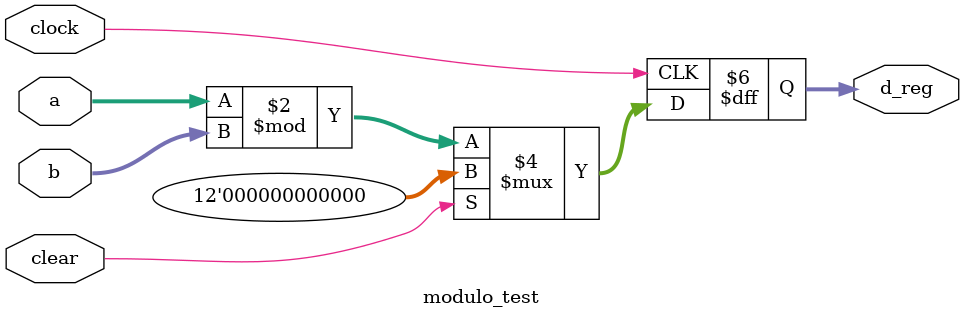
<source format=sv>
module modulo_test (
    input clear,
    input clock,
    input [3:0] b,
    input [11:0] a,
    output reg [11:0] d_reg);

    always @(posedge clock)
        if (clear)
            d_reg <= 8'b00000000;
        else
          d_reg <= a % b;

endmodule

</source>
